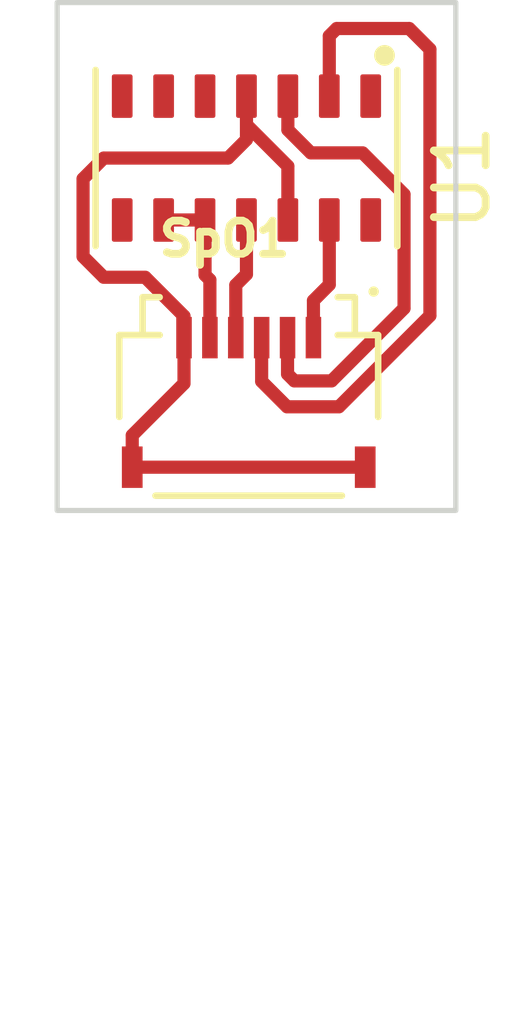
<source format=kicad_pcb>
(kicad_pcb (version 20240108) (generator "pcbnew") (generator_version "8.0")
  (layers (0 "F.Cu" signal) (31 "B.Cu" signal) (34 "B.Paste" user) (35 "F.Paste" user) (36 "B.SilkS" user "B.Silkscreen") (37 "F.SilkS" user "F.Silkscreen") (38 "B.Mask" user) (39 "F.Mask" user) (44 "Edge.Cuts" user))
  (net 0 "")
  (net 1 "GND")
  (net 2 "3.3V")
  (net 3 "1.8V")
  (net 4 "SCL")
  (net 5 "SDA")
  (net 6 "SENS_INT")
  (footprint "tegsense-libs:TE_2328702-6" (layer "F.Cu") (at 143 116.165)
    (property "Reference" "SpO1" (at -0.468 -1.9064 0) (layer "F.SilkS") (effects (font (size 0.64 0.64))))
    (property "Value" "2328702-6")
    (fp_line (start -2.5 -0.05) (end -2.5 1.53) (stroke (width 0.127)) (layer "F.SilkS"))
    (fp_line (start -2.05 -0.78) (end -1.72 -0.78) (stroke (width 0.127)) (layer "F.SilkS"))
    (fp_line (start -2.05 -0.05) (end -2.5 -0.05) (stroke (width 0.127)) (layer "F.SilkS"))
    (fp_line (start -2.05 -0.05) (end -2.05 -0.78) (stroke (width 0.127)) (layer "F.SilkS"))
    (fp_line (start -1.8 3.05) (end 1.8 3.05) (stroke (width 0.127)) (layer "F.SilkS"))
    (fp_line (start -1.72 -0.05) (end -2.05 -0.05) (stroke (width 0.127)) (layer "F.SilkS"))
    (fp_line (start 1.72 -0.05) (end 2.05 -0.05) (stroke (width 0.127)) (layer "F.SilkS"))
    (fp_line (start 2.05 -0.78) (end 1.72 -0.78) (stroke (width 0.127)) (layer "F.SilkS"))
    (fp_line (start 2.05 -0.05) (end 2.05 -0.78) (stroke (width 0.127)) (layer "F.SilkS"))
    (fp_line (start 2.05 -0.05) (end 2.5 -0.05) (stroke (width 0.127)) (layer "F.SilkS"))
    (fp_line (start 2.5 -0.05) (end 2.5 1.53) (stroke (width 0.127)) (layer "F.SilkS"))
    (fp_circle (center 2.413 -0.889) (end 2.463 -0.889) (stroke (width 0.1)) (fill none) (layer "F.SilkS"))
    (pad "1" smd rect (at 1.25 0 180) (size 0.3 0.8) (layers "F.Cu" "F.Paste" "F.Mask") (net 6 "SENS_INT"))
    (pad "2" smd rect (at 0.75 0 180) (size 0.3 0.8) (layers "F.Cu" "F.Paste" "F.Mask") (net 5 "SDA"))
    (pad "3" smd rect (at 0.25 0 180) (size 0.3 0.8) (layers "F.Cu" "F.Paste" "F.Mask") (net 4 "SCL"))
    (pad "4" smd rect (at -0.25 0 180) (size 0.3 0.8) (layers "F.Cu" "F.Paste" "F.Mask") (net 3 "1.8V"))
    (pad "5" smd rect (at -0.75 0 180) (size 0.3 0.8) (layers "F.Cu" "F.Paste" "F.Mask") (net 2 "3.3V"))
    (pad "6" smd rect (at -1.25 0 180) (size 0.3 0.8) (layers "F.Cu" "F.Paste" "F.Mask") (net 1 "GND"))
    (pad "S1" smd rect (at 2.25 2.5) (size 0.4 0.8) (layers "F.Cu" "F.Paste" "F.Mask") (net 1 "GND"))
    (pad "S2" smd rect (at -2.25 2.5) (size 0.4 0.8) (layers "F.Cu" "F.Paste" "F.Mask") (net 1 "GND"))
  )
  (footprint "tegsense-libs:PSON80P560X330X165-14N" (layer "F.Cu") (at 142.9562 112.7 -90)
    (property "Reference" "U1" (at 0.37746 -4.16481 90) (layer "F.SilkS"))
    (property "Value" "MAX30101EFD")
    (fp_line (start -1.7 2.914) (end 1.7 2.914) (stroke (width 0.127)) (layer "F.SilkS"))
    (fp_line (start 1.7 -2.914) (end -1.7 -2.914) (stroke (width 0.127)) (layer "F.SilkS"))
    (fp_circle (center -1.9812 -2.667) (end -1.8812 -2.667) (stroke (width 0.2)) (fill none) (layer "F.SilkS"))
    (pad "1" smd roundrect (at -1.195 -2.4 270) (size 0.84 0.4) (layers "F.Cu" "F.Paste" "F.Mask") (roundrect_rratio 0.1))
    (pad "2" smd roundrect (at -1.195 -1.6 270) (size 0.84 0.4) (layers "F.Cu" "F.Paste" "F.Mask") (roundrect_rratio 0.1) (net 4 "SCL"))
    (pad "3" smd roundrect (at -1.195 -0.8 270) (size 0.84 0.4) (layers "F.Cu" "F.Paste" "F.Mask") (roundrect_rratio 0.1) (net 5 "SDA"))
    (pad "4" smd roundrect (at -1.195 0 270) (size 0.84 0.4) (layers "F.Cu" "F.Paste" "F.Mask") (roundrect_rratio 0.1) (net 1 "GND"))
    (pad "5" smd roundrect (at -1.195 0.8 270) (size 0.84 0.4) (layers "F.Cu" "F.Paste" "F.Mask") (roundrect_rratio 0.1))
    (pad "6" smd roundrect (at -1.195 1.6 270) (size 0.84 0.4) (layers "F.Cu" "F.Paste" "F.Mask") (roundrect_rratio 0.1))
    (pad "7" smd roundrect (at -1.195 2.4 270) (size 0.84 0.4) (layers "F.Cu" "F.Paste" "F.Mask") (roundrect_rratio 0.1))
    (pad "8" smd roundrect (at 1.195 2.4 90) (size 0.84 0.4) (layers "F.Cu" "F.Paste" "F.Mask") (roundrect_rratio 0.1))
    (pad "9" smd roundrect (at 1.195 1.6 90) (size 0.84 0.4) (layers "F.Cu" "F.Paste" "F.Mask") (roundrect_rratio 0.1) (net 2 "3.3V"))
    (pad "10" smd roundrect (at 1.195 0.8 90) (size 0.84 0.4) (layers "F.Cu" "F.Paste" "F.Mask") (roundrect_rratio 0.1) (net 2 "3.3V"))
    (pad "11" smd roundrect (at 1.195 0 90) (size 0.84 0.4) (layers "F.Cu" "F.Paste" "F.Mask") (roundrect_rratio 0.1) (net 3 "1.8V"))
    (pad "12" smd roundrect (at 1.195 -0.8 90) (size 0.84 0.4) (layers "F.Cu" "F.Paste" "F.Mask") (roundrect_rratio 0.1) (net 1 "GND"))
    (pad "13" smd roundrect (at 1.195 -1.6 90) (size 0.84 0.4) (layers "F.Cu" "F.Paste" "F.Mask") (roundrect_rratio 0.1) (net 6 "SENS_INT"))
    (pad "14" smd roundrect (at 1.195 -2.4 90) (size 0.84 0.4) (layers "F.Cu" "F.Paste" "F.Mask") (roundrect_rratio 0.1))
  )
  (gr_rect (start 139.3 109.7) (end 147 119.5) (stroke (width 0.1)) (fill none) (layer "Edge.Cuts"))
  (segment (start 139.8 114.6) (end 139.8 113.1) (width 0.254) (layer "F.Cu") (net 1))
  (segment (start 142.9562 112.0562) (end 143.7562 112.8562) (width 0.254) (layer "F.Cu") (net 1))
  (segment (start 139.8 113.1) (end 140.2 112.7) (width 0.254) (layer "F.Cu") (net 1))
  (segment (start 145.25 118.665) (end 140.75 118.665) (width 0.254) (layer "F.Cu") (net 1))
  (segment (start 143.7562 112.8562) (end 143.7562 113.895) (width 0.254) (layer "F.Cu") (net 1))
  (segment (start 141.75 117.05) (end 140.75 118.05) (width 0.254) (layer "F.Cu") (net 1))
  (segment (start 142.9562 111.505) (end 142.9562 112.0562) (width 0.254) (layer "F.Cu") (net 1))
  (segment (start 142.9562 112.3438) (end 142.9562 111.505) (width 0.254) (layer "F.Cu") (net 1))
  (segment (start 140.75 118.05) (end 140.75 118.665) (width 0.254) (layer "F.Cu") (net 1))
  (segment (start 140.2 115) (end 139.8 114.6) (width 0.254) (layer "F.Cu") (net 1))
  (segment (start 141.75 115.75) (end 141 115) (width 0.254) (layer "F.Cu") (net 1))
  (segment (start 142.6 112.7) (end 142.9562 112.3438) (width 0.254) (layer "F.Cu") (net 1))
  (segment (start 141.75 116.165) (end 141.75 117.05) (width 0.254) (layer "F.Cu") (net 1))
  (segment (start 141.75 116.165) (end 141.75 115.75) (width 0.254) (layer "F.Cu") (net 1))
  (segment (start 140.2 112.7) (end 142.6 112.7) (width 0.254) (layer "F.Cu") (net 1))
  (segment (start 141 115) (end 140.2 115) (width 0.254) (layer "F.Cu") (net 1))
  (segment (start 142.25 116.165) (end 142.25 115.05) (width 0.254) (layer "F.Cu") (net 2))
  (segment (start 142.25 115.05) (end 142.1562 114.9562) (width 0.254) (layer "F.Cu") (net 2))
  (segment (start 142.1562 114.9562) (end 142.1562 113.895) (width 0.254) (layer "F.Cu") (net 2))
  (segment (start 141.3562 113.895) (end 142.1562 113.895) (width 0.254) (layer "F.Cu") (net 2))
  (segment (start 142.75 115.15) (end 142.9562 114.9438) (width 0.254) (layer "F.Cu") (net 3))
  (segment (start 142.75 116.165) (end 142.75 115.15) (width 0.254) (layer "F.Cu") (net 3))
  (segment (start 142.9562 114.9438) (end 142.9562 113.895) (width 0.254) (layer "F.Cu") (net 3))
  (segment (start 143.740604 117.5) (end 144.741374 117.5) (width 0.254) (layer "F.Cu") (net 4))
  (segment (start 144.7 110.2) (end 144.5562 110.3438) (width 0.254) (layer "F.Cu") (net 4))
  (segment (start 143.25 117.009396) (end 143.740604 117.5) (width 0.254) (layer "F.Cu") (net 4))
  (segment (start 144.5562 110.3438) (end 144.5562 111.505) (width 0.254) (layer "F.Cu") (net 4))
  (segment (start 146.1 110.2) (end 144.7 110.2) (width 0.254) (layer "F.Cu") (net 4))
  (segment (start 143.25 116.165) (end 143.25 117.009396) (width 0.254) (layer "F.Cu") (net 4))
  (segment (start 146.5 110.6) (end 146.1 110.2) (width 0.254) (layer "F.Cu") (net 4))
  (segment (start 146.5 115.741374) (end 146.5 110.6) (width 0.254) (layer "F.Cu") (net 4))
  (segment (start 144.741374 117.5) (end 146.5 115.741374) (width 0.254) (layer "F.Cu") (net 4))
  (segment (start 143.7562 112.1562) (end 143.7562 111.505) (width 0.254) (layer "F.Cu") (net 5))
  (segment (start 143.881978 117) (end 144.6 117) (width 0.254) (layer "F.Cu") (net 5))
  (segment (start 146 113.4) (end 145.2 112.6) (width 0.254) (layer "F.Cu") (net 5))
  (segment (start 144.2 112.6) (end 143.7562 112.1562) (width 0.254) (layer "F.Cu") (net 5))
  (segment (start 146 115.6) (end 146 113.4) (width 0.254) (layer "F.Cu") (net 5))
  (segment (start 143.75 116.165) (end 143.75 116.868022) (width 0.254) (layer "F.Cu") (net 5))
  (segment (start 145.2 112.6) (end 144.2 112.6) (width 0.254) (layer "F.Cu") (net 5))
  (segment (start 144.6 117) (end 146 115.6) (width 0.254) (layer "F.Cu") (net 5))
  (segment (start 143.75 116.868022) (end 143.881978 117) (width 0.254) (layer "F.Cu") (net 5))
  (segment (start 144.5562 115.1438) (end 144.5562 113.895) (width 0.254) (layer "F.Cu") (net 6))
  (segment (start 144.25 116.165) (end 144.25 115.45) (width 0.254) (layer "F.Cu") (net 6))
  (segment (start 144.25 115.45) (end 144.5562 115.1438) (width 0.254) (layer "F.Cu") (net 6))
)
</source>
